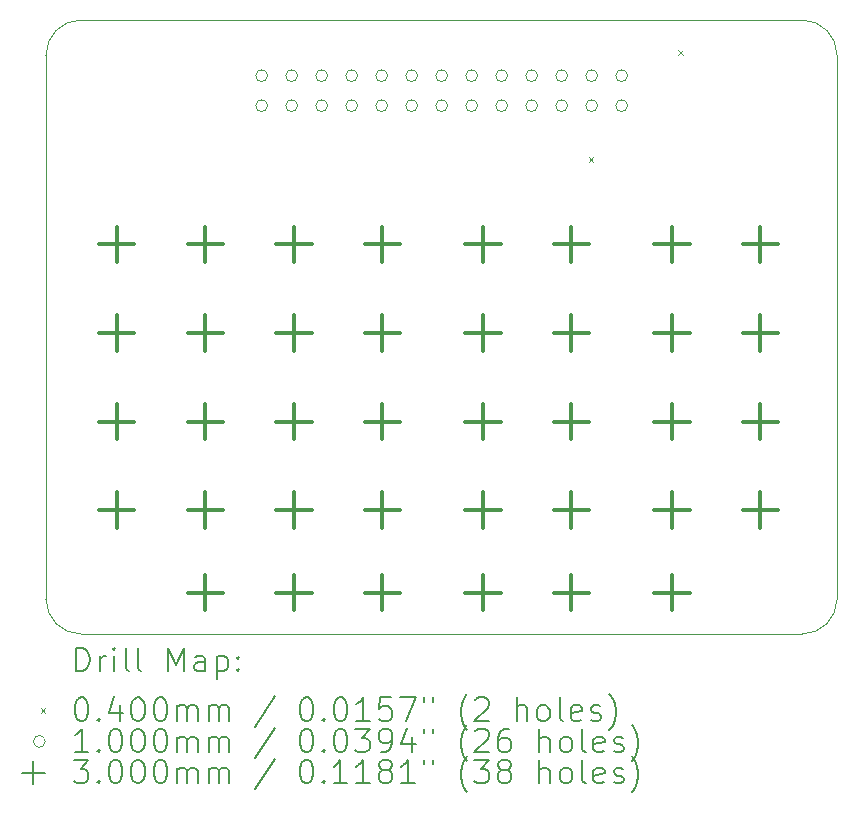
<source format=gbr>
%TF.GenerationSoftware,KiCad,Pcbnew,9.0.2*%
%TF.CreationDate,2025-06-10T18:35:05+02:00*%
%TF.ProjectId,RPI-Electronics_IO-Card.pro,5250492d-456c-4656-9374-726f6e696373,rev?*%
%TF.SameCoordinates,Original*%
%TF.FileFunction,Drillmap*%
%TF.FilePolarity,Positive*%
%FSLAX45Y45*%
G04 Gerber Fmt 4.5, Leading zero omitted, Abs format (unit mm)*
G04 Created by KiCad (PCBNEW 9.0.2) date 2025-06-10 18:35:05*
%MOMM*%
%LPD*%
G01*
G04 APERTURE LIST*
%ADD10C,0.100000*%
%ADD11C,0.200000*%
%ADD12C,0.300000*%
G04 APERTURE END LIST*
D10*
X17649000Y-10107000D02*
X17649000Y-5507000D01*
X11249000Y-5207000D02*
X17349000Y-5207000D01*
X11249000Y-10407000D02*
G75*
G02*
X10949000Y-10107000I0J300000D01*
G01*
X17649000Y-10107000D02*
G75*
G02*
X17349000Y-10407000I-300000J0D01*
G01*
X10949000Y-10107000D02*
X10949000Y-5507000D01*
X11249000Y-10407000D02*
X17349000Y-10407000D01*
X10949000Y-5507000D02*
G75*
G02*
X11249000Y-5207000I300000J0D01*
G01*
X17349000Y-5207000D02*
G75*
G02*
X17649000Y-5507000I0J-300000D01*
G01*
D11*
D10*
X15545120Y-6368100D02*
X15585120Y-6408100D01*
X15585120Y-6368100D02*
X15545120Y-6408100D01*
X16304000Y-5462000D02*
X16344000Y-5502000D01*
X16344000Y-5462000D02*
X16304000Y-5502000D01*
X12826200Y-5679440D02*
G75*
G02*
X12726200Y-5679440I-50000J0D01*
G01*
X12726200Y-5679440D02*
G75*
G02*
X12826200Y-5679440I50000J0D01*
G01*
X12826200Y-5933440D02*
G75*
G02*
X12726200Y-5933440I-50000J0D01*
G01*
X12726200Y-5933440D02*
G75*
G02*
X12826200Y-5933440I50000J0D01*
G01*
X13080200Y-5679440D02*
G75*
G02*
X12980200Y-5679440I-50000J0D01*
G01*
X12980200Y-5679440D02*
G75*
G02*
X13080200Y-5679440I50000J0D01*
G01*
X13080200Y-5933440D02*
G75*
G02*
X12980200Y-5933440I-50000J0D01*
G01*
X12980200Y-5933440D02*
G75*
G02*
X13080200Y-5933440I50000J0D01*
G01*
X13334200Y-5679440D02*
G75*
G02*
X13234200Y-5679440I-50000J0D01*
G01*
X13234200Y-5679440D02*
G75*
G02*
X13334200Y-5679440I50000J0D01*
G01*
X13334200Y-5933440D02*
G75*
G02*
X13234200Y-5933440I-50000J0D01*
G01*
X13234200Y-5933440D02*
G75*
G02*
X13334200Y-5933440I50000J0D01*
G01*
X13588200Y-5679440D02*
G75*
G02*
X13488200Y-5679440I-50000J0D01*
G01*
X13488200Y-5679440D02*
G75*
G02*
X13588200Y-5679440I50000J0D01*
G01*
X13588200Y-5933440D02*
G75*
G02*
X13488200Y-5933440I-50000J0D01*
G01*
X13488200Y-5933440D02*
G75*
G02*
X13588200Y-5933440I50000J0D01*
G01*
X13842200Y-5679440D02*
G75*
G02*
X13742200Y-5679440I-50000J0D01*
G01*
X13742200Y-5679440D02*
G75*
G02*
X13842200Y-5679440I50000J0D01*
G01*
X13842200Y-5933440D02*
G75*
G02*
X13742200Y-5933440I-50000J0D01*
G01*
X13742200Y-5933440D02*
G75*
G02*
X13842200Y-5933440I50000J0D01*
G01*
X14096200Y-5679440D02*
G75*
G02*
X13996200Y-5679440I-50000J0D01*
G01*
X13996200Y-5679440D02*
G75*
G02*
X14096200Y-5679440I50000J0D01*
G01*
X14096200Y-5933440D02*
G75*
G02*
X13996200Y-5933440I-50000J0D01*
G01*
X13996200Y-5933440D02*
G75*
G02*
X14096200Y-5933440I50000J0D01*
G01*
X14350200Y-5679440D02*
G75*
G02*
X14250200Y-5679440I-50000J0D01*
G01*
X14250200Y-5679440D02*
G75*
G02*
X14350200Y-5679440I50000J0D01*
G01*
X14350200Y-5933440D02*
G75*
G02*
X14250200Y-5933440I-50000J0D01*
G01*
X14250200Y-5933440D02*
G75*
G02*
X14350200Y-5933440I50000J0D01*
G01*
X14604200Y-5679440D02*
G75*
G02*
X14504200Y-5679440I-50000J0D01*
G01*
X14504200Y-5679440D02*
G75*
G02*
X14604200Y-5679440I50000J0D01*
G01*
X14604200Y-5933440D02*
G75*
G02*
X14504200Y-5933440I-50000J0D01*
G01*
X14504200Y-5933440D02*
G75*
G02*
X14604200Y-5933440I50000J0D01*
G01*
X14858200Y-5679440D02*
G75*
G02*
X14758200Y-5679440I-50000J0D01*
G01*
X14758200Y-5679440D02*
G75*
G02*
X14858200Y-5679440I50000J0D01*
G01*
X14858200Y-5933440D02*
G75*
G02*
X14758200Y-5933440I-50000J0D01*
G01*
X14758200Y-5933440D02*
G75*
G02*
X14858200Y-5933440I50000J0D01*
G01*
X15112200Y-5679440D02*
G75*
G02*
X15012200Y-5679440I-50000J0D01*
G01*
X15012200Y-5679440D02*
G75*
G02*
X15112200Y-5679440I50000J0D01*
G01*
X15112200Y-5933440D02*
G75*
G02*
X15012200Y-5933440I-50000J0D01*
G01*
X15012200Y-5933440D02*
G75*
G02*
X15112200Y-5933440I50000J0D01*
G01*
X15366200Y-5679440D02*
G75*
G02*
X15266200Y-5679440I-50000J0D01*
G01*
X15266200Y-5679440D02*
G75*
G02*
X15366200Y-5679440I50000J0D01*
G01*
X15366200Y-5933440D02*
G75*
G02*
X15266200Y-5933440I-50000J0D01*
G01*
X15266200Y-5933440D02*
G75*
G02*
X15366200Y-5933440I50000J0D01*
G01*
X15620200Y-5679440D02*
G75*
G02*
X15520200Y-5679440I-50000J0D01*
G01*
X15520200Y-5679440D02*
G75*
G02*
X15620200Y-5679440I50000J0D01*
G01*
X15620200Y-5933440D02*
G75*
G02*
X15520200Y-5933440I-50000J0D01*
G01*
X15520200Y-5933440D02*
G75*
G02*
X15620200Y-5933440I50000J0D01*
G01*
X15874200Y-5679440D02*
G75*
G02*
X15774200Y-5679440I-50000J0D01*
G01*
X15774200Y-5679440D02*
G75*
G02*
X15874200Y-5679440I50000J0D01*
G01*
X15874200Y-5933440D02*
G75*
G02*
X15774200Y-5933440I-50000J0D01*
G01*
X15774200Y-5933440D02*
G75*
G02*
X15874200Y-5933440I50000J0D01*
G01*
D12*
X11549000Y-6957000D02*
X11549000Y-7257000D01*
X11399000Y-7107000D02*
X11699000Y-7107000D01*
X11549000Y-7707000D02*
X11549000Y-8007000D01*
X11399000Y-7857000D02*
X11699000Y-7857000D01*
X11549000Y-8457000D02*
X11549000Y-8757000D01*
X11399000Y-8607000D02*
X11699000Y-8607000D01*
X11549000Y-9207000D02*
X11549000Y-9507000D01*
X11399000Y-9357000D02*
X11699000Y-9357000D01*
X12299000Y-6957000D02*
X12299000Y-7257000D01*
X12149000Y-7107000D02*
X12449000Y-7107000D01*
X12299000Y-7707000D02*
X12299000Y-8007000D01*
X12149000Y-7857000D02*
X12449000Y-7857000D01*
X12299000Y-8457000D02*
X12299000Y-8757000D01*
X12149000Y-8607000D02*
X12449000Y-8607000D01*
X12299000Y-9207000D02*
X12299000Y-9507000D01*
X12149000Y-9357000D02*
X12449000Y-9357000D01*
X12299000Y-9907000D02*
X12299000Y-10207000D01*
X12149000Y-10057000D02*
X12449000Y-10057000D01*
X13049000Y-6957000D02*
X13049000Y-7257000D01*
X12899000Y-7107000D02*
X13199000Y-7107000D01*
X13049000Y-7707000D02*
X13049000Y-8007000D01*
X12899000Y-7857000D02*
X13199000Y-7857000D01*
X13049000Y-8457000D02*
X13049000Y-8757000D01*
X12899000Y-8607000D02*
X13199000Y-8607000D01*
X13049000Y-9207000D02*
X13049000Y-9507000D01*
X12899000Y-9357000D02*
X13199000Y-9357000D01*
X13049000Y-9907000D02*
X13049000Y-10207000D01*
X12899000Y-10057000D02*
X13199000Y-10057000D01*
X13799000Y-6957000D02*
X13799000Y-7257000D01*
X13649000Y-7107000D02*
X13949000Y-7107000D01*
X13799000Y-7707000D02*
X13799000Y-8007000D01*
X13649000Y-7857000D02*
X13949000Y-7857000D01*
X13799000Y-8457000D02*
X13799000Y-8757000D01*
X13649000Y-8607000D02*
X13949000Y-8607000D01*
X13799000Y-9207000D02*
X13799000Y-9507000D01*
X13649000Y-9357000D02*
X13949000Y-9357000D01*
X13799000Y-9907000D02*
X13799000Y-10207000D01*
X13649000Y-10057000D02*
X13949000Y-10057000D01*
X14649000Y-6957000D02*
X14649000Y-7257000D01*
X14499000Y-7107000D02*
X14799000Y-7107000D01*
X14649000Y-7707000D02*
X14649000Y-8007000D01*
X14499000Y-7857000D02*
X14799000Y-7857000D01*
X14649000Y-8457000D02*
X14649000Y-8757000D01*
X14499000Y-8607000D02*
X14799000Y-8607000D01*
X14649000Y-9207000D02*
X14649000Y-9507000D01*
X14499000Y-9357000D02*
X14799000Y-9357000D01*
X14649000Y-9907000D02*
X14649000Y-10207000D01*
X14499000Y-10057000D02*
X14799000Y-10057000D01*
X15399000Y-6957000D02*
X15399000Y-7257000D01*
X15249000Y-7107000D02*
X15549000Y-7107000D01*
X15399000Y-7707000D02*
X15399000Y-8007000D01*
X15249000Y-7857000D02*
X15549000Y-7857000D01*
X15399000Y-8457000D02*
X15399000Y-8757000D01*
X15249000Y-8607000D02*
X15549000Y-8607000D01*
X15399000Y-9207000D02*
X15399000Y-9507000D01*
X15249000Y-9357000D02*
X15549000Y-9357000D01*
X15399000Y-9907000D02*
X15399000Y-10207000D01*
X15249000Y-10057000D02*
X15549000Y-10057000D01*
X16249000Y-6957000D02*
X16249000Y-7257000D01*
X16099000Y-7107000D02*
X16399000Y-7107000D01*
X16249000Y-7707000D02*
X16249000Y-8007000D01*
X16099000Y-7857000D02*
X16399000Y-7857000D01*
X16249000Y-8457000D02*
X16249000Y-8757000D01*
X16099000Y-8607000D02*
X16399000Y-8607000D01*
X16249000Y-9207000D02*
X16249000Y-9507000D01*
X16099000Y-9357000D02*
X16399000Y-9357000D01*
X16249000Y-9907000D02*
X16249000Y-10207000D01*
X16099000Y-10057000D02*
X16399000Y-10057000D01*
X16999000Y-6957000D02*
X16999000Y-7257000D01*
X16849000Y-7107000D02*
X17149000Y-7107000D01*
X16999000Y-7707000D02*
X16999000Y-8007000D01*
X16849000Y-7857000D02*
X17149000Y-7857000D01*
X16999000Y-8457000D02*
X16999000Y-8757000D01*
X16849000Y-8607000D02*
X17149000Y-8607000D01*
X16999000Y-9207000D02*
X16999000Y-9507000D01*
X16849000Y-9357000D02*
X17149000Y-9357000D01*
D11*
X11204777Y-10723484D02*
X11204777Y-10523484D01*
X11204777Y-10523484D02*
X11252396Y-10523484D01*
X11252396Y-10523484D02*
X11280967Y-10533008D01*
X11280967Y-10533008D02*
X11300015Y-10552055D01*
X11300015Y-10552055D02*
X11309539Y-10571103D01*
X11309539Y-10571103D02*
X11319062Y-10609198D01*
X11319062Y-10609198D02*
X11319062Y-10637770D01*
X11319062Y-10637770D02*
X11309539Y-10675865D01*
X11309539Y-10675865D02*
X11300015Y-10694912D01*
X11300015Y-10694912D02*
X11280967Y-10713960D01*
X11280967Y-10713960D02*
X11252396Y-10723484D01*
X11252396Y-10723484D02*
X11204777Y-10723484D01*
X11404777Y-10723484D02*
X11404777Y-10590150D01*
X11404777Y-10628246D02*
X11414301Y-10609198D01*
X11414301Y-10609198D02*
X11423824Y-10599674D01*
X11423824Y-10599674D02*
X11442872Y-10590150D01*
X11442872Y-10590150D02*
X11461920Y-10590150D01*
X11528586Y-10723484D02*
X11528586Y-10590150D01*
X11528586Y-10523484D02*
X11519062Y-10533008D01*
X11519062Y-10533008D02*
X11528586Y-10542531D01*
X11528586Y-10542531D02*
X11538110Y-10533008D01*
X11538110Y-10533008D02*
X11528586Y-10523484D01*
X11528586Y-10523484D02*
X11528586Y-10542531D01*
X11652396Y-10723484D02*
X11633348Y-10713960D01*
X11633348Y-10713960D02*
X11623824Y-10694912D01*
X11623824Y-10694912D02*
X11623824Y-10523484D01*
X11757158Y-10723484D02*
X11738110Y-10713960D01*
X11738110Y-10713960D02*
X11728586Y-10694912D01*
X11728586Y-10694912D02*
X11728586Y-10523484D01*
X11985729Y-10723484D02*
X11985729Y-10523484D01*
X11985729Y-10523484D02*
X12052396Y-10666341D01*
X12052396Y-10666341D02*
X12119062Y-10523484D01*
X12119062Y-10523484D02*
X12119062Y-10723484D01*
X12300015Y-10723484D02*
X12300015Y-10618722D01*
X12300015Y-10618722D02*
X12290491Y-10599674D01*
X12290491Y-10599674D02*
X12271443Y-10590150D01*
X12271443Y-10590150D02*
X12233348Y-10590150D01*
X12233348Y-10590150D02*
X12214301Y-10599674D01*
X12300015Y-10713960D02*
X12280967Y-10723484D01*
X12280967Y-10723484D02*
X12233348Y-10723484D01*
X12233348Y-10723484D02*
X12214301Y-10713960D01*
X12214301Y-10713960D02*
X12204777Y-10694912D01*
X12204777Y-10694912D02*
X12204777Y-10675865D01*
X12204777Y-10675865D02*
X12214301Y-10656817D01*
X12214301Y-10656817D02*
X12233348Y-10647293D01*
X12233348Y-10647293D02*
X12280967Y-10647293D01*
X12280967Y-10647293D02*
X12300015Y-10637770D01*
X12395253Y-10590150D02*
X12395253Y-10790150D01*
X12395253Y-10599674D02*
X12414301Y-10590150D01*
X12414301Y-10590150D02*
X12452396Y-10590150D01*
X12452396Y-10590150D02*
X12471443Y-10599674D01*
X12471443Y-10599674D02*
X12480967Y-10609198D01*
X12480967Y-10609198D02*
X12490491Y-10628246D01*
X12490491Y-10628246D02*
X12490491Y-10685389D01*
X12490491Y-10685389D02*
X12480967Y-10704436D01*
X12480967Y-10704436D02*
X12471443Y-10713960D01*
X12471443Y-10713960D02*
X12452396Y-10723484D01*
X12452396Y-10723484D02*
X12414301Y-10723484D01*
X12414301Y-10723484D02*
X12395253Y-10713960D01*
X12576205Y-10704436D02*
X12585729Y-10713960D01*
X12585729Y-10713960D02*
X12576205Y-10723484D01*
X12576205Y-10723484D02*
X12566682Y-10713960D01*
X12566682Y-10713960D02*
X12576205Y-10704436D01*
X12576205Y-10704436D02*
X12576205Y-10723484D01*
X12576205Y-10599674D02*
X12585729Y-10609198D01*
X12585729Y-10609198D02*
X12576205Y-10618722D01*
X12576205Y-10618722D02*
X12566682Y-10609198D01*
X12566682Y-10609198D02*
X12576205Y-10599674D01*
X12576205Y-10599674D02*
X12576205Y-10618722D01*
D10*
X10904000Y-11032000D02*
X10944000Y-11072000D01*
X10944000Y-11032000D02*
X10904000Y-11072000D01*
D11*
X11242872Y-10943484D02*
X11261920Y-10943484D01*
X11261920Y-10943484D02*
X11280967Y-10953008D01*
X11280967Y-10953008D02*
X11290491Y-10962531D01*
X11290491Y-10962531D02*
X11300015Y-10981579D01*
X11300015Y-10981579D02*
X11309539Y-11019674D01*
X11309539Y-11019674D02*
X11309539Y-11067293D01*
X11309539Y-11067293D02*
X11300015Y-11105389D01*
X11300015Y-11105389D02*
X11290491Y-11124436D01*
X11290491Y-11124436D02*
X11280967Y-11133960D01*
X11280967Y-11133960D02*
X11261920Y-11143484D01*
X11261920Y-11143484D02*
X11242872Y-11143484D01*
X11242872Y-11143484D02*
X11223824Y-11133960D01*
X11223824Y-11133960D02*
X11214301Y-11124436D01*
X11214301Y-11124436D02*
X11204777Y-11105389D01*
X11204777Y-11105389D02*
X11195253Y-11067293D01*
X11195253Y-11067293D02*
X11195253Y-11019674D01*
X11195253Y-11019674D02*
X11204777Y-10981579D01*
X11204777Y-10981579D02*
X11214301Y-10962531D01*
X11214301Y-10962531D02*
X11223824Y-10953008D01*
X11223824Y-10953008D02*
X11242872Y-10943484D01*
X11395253Y-11124436D02*
X11404777Y-11133960D01*
X11404777Y-11133960D02*
X11395253Y-11143484D01*
X11395253Y-11143484D02*
X11385729Y-11133960D01*
X11385729Y-11133960D02*
X11395253Y-11124436D01*
X11395253Y-11124436D02*
X11395253Y-11143484D01*
X11576205Y-11010150D02*
X11576205Y-11143484D01*
X11528586Y-10933960D02*
X11480967Y-11076817D01*
X11480967Y-11076817D02*
X11604777Y-11076817D01*
X11719062Y-10943484D02*
X11738110Y-10943484D01*
X11738110Y-10943484D02*
X11757158Y-10953008D01*
X11757158Y-10953008D02*
X11766682Y-10962531D01*
X11766682Y-10962531D02*
X11776205Y-10981579D01*
X11776205Y-10981579D02*
X11785729Y-11019674D01*
X11785729Y-11019674D02*
X11785729Y-11067293D01*
X11785729Y-11067293D02*
X11776205Y-11105389D01*
X11776205Y-11105389D02*
X11766682Y-11124436D01*
X11766682Y-11124436D02*
X11757158Y-11133960D01*
X11757158Y-11133960D02*
X11738110Y-11143484D01*
X11738110Y-11143484D02*
X11719062Y-11143484D01*
X11719062Y-11143484D02*
X11700015Y-11133960D01*
X11700015Y-11133960D02*
X11690491Y-11124436D01*
X11690491Y-11124436D02*
X11680967Y-11105389D01*
X11680967Y-11105389D02*
X11671443Y-11067293D01*
X11671443Y-11067293D02*
X11671443Y-11019674D01*
X11671443Y-11019674D02*
X11680967Y-10981579D01*
X11680967Y-10981579D02*
X11690491Y-10962531D01*
X11690491Y-10962531D02*
X11700015Y-10953008D01*
X11700015Y-10953008D02*
X11719062Y-10943484D01*
X11909539Y-10943484D02*
X11928586Y-10943484D01*
X11928586Y-10943484D02*
X11947634Y-10953008D01*
X11947634Y-10953008D02*
X11957158Y-10962531D01*
X11957158Y-10962531D02*
X11966682Y-10981579D01*
X11966682Y-10981579D02*
X11976205Y-11019674D01*
X11976205Y-11019674D02*
X11976205Y-11067293D01*
X11976205Y-11067293D02*
X11966682Y-11105389D01*
X11966682Y-11105389D02*
X11957158Y-11124436D01*
X11957158Y-11124436D02*
X11947634Y-11133960D01*
X11947634Y-11133960D02*
X11928586Y-11143484D01*
X11928586Y-11143484D02*
X11909539Y-11143484D01*
X11909539Y-11143484D02*
X11890491Y-11133960D01*
X11890491Y-11133960D02*
X11880967Y-11124436D01*
X11880967Y-11124436D02*
X11871443Y-11105389D01*
X11871443Y-11105389D02*
X11861920Y-11067293D01*
X11861920Y-11067293D02*
X11861920Y-11019674D01*
X11861920Y-11019674D02*
X11871443Y-10981579D01*
X11871443Y-10981579D02*
X11880967Y-10962531D01*
X11880967Y-10962531D02*
X11890491Y-10953008D01*
X11890491Y-10953008D02*
X11909539Y-10943484D01*
X12061920Y-11143484D02*
X12061920Y-11010150D01*
X12061920Y-11029198D02*
X12071443Y-11019674D01*
X12071443Y-11019674D02*
X12090491Y-11010150D01*
X12090491Y-11010150D02*
X12119063Y-11010150D01*
X12119063Y-11010150D02*
X12138110Y-11019674D01*
X12138110Y-11019674D02*
X12147634Y-11038722D01*
X12147634Y-11038722D02*
X12147634Y-11143484D01*
X12147634Y-11038722D02*
X12157158Y-11019674D01*
X12157158Y-11019674D02*
X12176205Y-11010150D01*
X12176205Y-11010150D02*
X12204777Y-11010150D01*
X12204777Y-11010150D02*
X12223824Y-11019674D01*
X12223824Y-11019674D02*
X12233348Y-11038722D01*
X12233348Y-11038722D02*
X12233348Y-11143484D01*
X12328586Y-11143484D02*
X12328586Y-11010150D01*
X12328586Y-11029198D02*
X12338110Y-11019674D01*
X12338110Y-11019674D02*
X12357158Y-11010150D01*
X12357158Y-11010150D02*
X12385729Y-11010150D01*
X12385729Y-11010150D02*
X12404777Y-11019674D01*
X12404777Y-11019674D02*
X12414301Y-11038722D01*
X12414301Y-11038722D02*
X12414301Y-11143484D01*
X12414301Y-11038722D02*
X12423824Y-11019674D01*
X12423824Y-11019674D02*
X12442872Y-11010150D01*
X12442872Y-11010150D02*
X12471443Y-11010150D01*
X12471443Y-11010150D02*
X12490491Y-11019674D01*
X12490491Y-11019674D02*
X12500015Y-11038722D01*
X12500015Y-11038722D02*
X12500015Y-11143484D01*
X12890491Y-10933960D02*
X12719063Y-11191103D01*
X13147634Y-10943484D02*
X13166682Y-10943484D01*
X13166682Y-10943484D02*
X13185729Y-10953008D01*
X13185729Y-10953008D02*
X13195253Y-10962531D01*
X13195253Y-10962531D02*
X13204777Y-10981579D01*
X13204777Y-10981579D02*
X13214301Y-11019674D01*
X13214301Y-11019674D02*
X13214301Y-11067293D01*
X13214301Y-11067293D02*
X13204777Y-11105389D01*
X13204777Y-11105389D02*
X13195253Y-11124436D01*
X13195253Y-11124436D02*
X13185729Y-11133960D01*
X13185729Y-11133960D02*
X13166682Y-11143484D01*
X13166682Y-11143484D02*
X13147634Y-11143484D01*
X13147634Y-11143484D02*
X13128586Y-11133960D01*
X13128586Y-11133960D02*
X13119063Y-11124436D01*
X13119063Y-11124436D02*
X13109539Y-11105389D01*
X13109539Y-11105389D02*
X13100015Y-11067293D01*
X13100015Y-11067293D02*
X13100015Y-11019674D01*
X13100015Y-11019674D02*
X13109539Y-10981579D01*
X13109539Y-10981579D02*
X13119063Y-10962531D01*
X13119063Y-10962531D02*
X13128586Y-10953008D01*
X13128586Y-10953008D02*
X13147634Y-10943484D01*
X13300015Y-11124436D02*
X13309539Y-11133960D01*
X13309539Y-11133960D02*
X13300015Y-11143484D01*
X13300015Y-11143484D02*
X13290491Y-11133960D01*
X13290491Y-11133960D02*
X13300015Y-11124436D01*
X13300015Y-11124436D02*
X13300015Y-11143484D01*
X13433348Y-10943484D02*
X13452396Y-10943484D01*
X13452396Y-10943484D02*
X13471444Y-10953008D01*
X13471444Y-10953008D02*
X13480967Y-10962531D01*
X13480967Y-10962531D02*
X13490491Y-10981579D01*
X13490491Y-10981579D02*
X13500015Y-11019674D01*
X13500015Y-11019674D02*
X13500015Y-11067293D01*
X13500015Y-11067293D02*
X13490491Y-11105389D01*
X13490491Y-11105389D02*
X13480967Y-11124436D01*
X13480967Y-11124436D02*
X13471444Y-11133960D01*
X13471444Y-11133960D02*
X13452396Y-11143484D01*
X13452396Y-11143484D02*
X13433348Y-11143484D01*
X13433348Y-11143484D02*
X13414301Y-11133960D01*
X13414301Y-11133960D02*
X13404777Y-11124436D01*
X13404777Y-11124436D02*
X13395253Y-11105389D01*
X13395253Y-11105389D02*
X13385729Y-11067293D01*
X13385729Y-11067293D02*
X13385729Y-11019674D01*
X13385729Y-11019674D02*
X13395253Y-10981579D01*
X13395253Y-10981579D02*
X13404777Y-10962531D01*
X13404777Y-10962531D02*
X13414301Y-10953008D01*
X13414301Y-10953008D02*
X13433348Y-10943484D01*
X13690491Y-11143484D02*
X13576206Y-11143484D01*
X13633348Y-11143484D02*
X13633348Y-10943484D01*
X13633348Y-10943484D02*
X13614301Y-10972055D01*
X13614301Y-10972055D02*
X13595253Y-10991103D01*
X13595253Y-10991103D02*
X13576206Y-11000627D01*
X13871444Y-10943484D02*
X13776206Y-10943484D01*
X13776206Y-10943484D02*
X13766682Y-11038722D01*
X13766682Y-11038722D02*
X13776206Y-11029198D01*
X13776206Y-11029198D02*
X13795253Y-11019674D01*
X13795253Y-11019674D02*
X13842872Y-11019674D01*
X13842872Y-11019674D02*
X13861920Y-11029198D01*
X13861920Y-11029198D02*
X13871444Y-11038722D01*
X13871444Y-11038722D02*
X13880967Y-11057770D01*
X13880967Y-11057770D02*
X13880967Y-11105389D01*
X13880967Y-11105389D02*
X13871444Y-11124436D01*
X13871444Y-11124436D02*
X13861920Y-11133960D01*
X13861920Y-11133960D02*
X13842872Y-11143484D01*
X13842872Y-11143484D02*
X13795253Y-11143484D01*
X13795253Y-11143484D02*
X13776206Y-11133960D01*
X13776206Y-11133960D02*
X13766682Y-11124436D01*
X13947634Y-10943484D02*
X14080967Y-10943484D01*
X14080967Y-10943484D02*
X13995253Y-11143484D01*
X14147634Y-10943484D02*
X14147634Y-10981579D01*
X14223825Y-10943484D02*
X14223825Y-10981579D01*
X14519063Y-11219674D02*
X14509539Y-11210150D01*
X14509539Y-11210150D02*
X14490491Y-11181579D01*
X14490491Y-11181579D02*
X14480968Y-11162531D01*
X14480968Y-11162531D02*
X14471444Y-11133960D01*
X14471444Y-11133960D02*
X14461920Y-11086341D01*
X14461920Y-11086341D02*
X14461920Y-11048246D01*
X14461920Y-11048246D02*
X14471444Y-11000627D01*
X14471444Y-11000627D02*
X14480968Y-10972055D01*
X14480968Y-10972055D02*
X14490491Y-10953008D01*
X14490491Y-10953008D02*
X14509539Y-10924436D01*
X14509539Y-10924436D02*
X14519063Y-10914912D01*
X14585729Y-10962531D02*
X14595253Y-10953008D01*
X14595253Y-10953008D02*
X14614301Y-10943484D01*
X14614301Y-10943484D02*
X14661920Y-10943484D01*
X14661920Y-10943484D02*
X14680968Y-10953008D01*
X14680968Y-10953008D02*
X14690491Y-10962531D01*
X14690491Y-10962531D02*
X14700015Y-10981579D01*
X14700015Y-10981579D02*
X14700015Y-11000627D01*
X14700015Y-11000627D02*
X14690491Y-11029198D01*
X14690491Y-11029198D02*
X14576206Y-11143484D01*
X14576206Y-11143484D02*
X14700015Y-11143484D01*
X14938110Y-11143484D02*
X14938110Y-10943484D01*
X15023825Y-11143484D02*
X15023825Y-11038722D01*
X15023825Y-11038722D02*
X15014301Y-11019674D01*
X15014301Y-11019674D02*
X14995253Y-11010150D01*
X14995253Y-11010150D02*
X14966682Y-11010150D01*
X14966682Y-11010150D02*
X14947634Y-11019674D01*
X14947634Y-11019674D02*
X14938110Y-11029198D01*
X15147634Y-11143484D02*
X15128587Y-11133960D01*
X15128587Y-11133960D02*
X15119063Y-11124436D01*
X15119063Y-11124436D02*
X15109539Y-11105389D01*
X15109539Y-11105389D02*
X15109539Y-11048246D01*
X15109539Y-11048246D02*
X15119063Y-11029198D01*
X15119063Y-11029198D02*
X15128587Y-11019674D01*
X15128587Y-11019674D02*
X15147634Y-11010150D01*
X15147634Y-11010150D02*
X15176206Y-11010150D01*
X15176206Y-11010150D02*
X15195253Y-11019674D01*
X15195253Y-11019674D02*
X15204777Y-11029198D01*
X15204777Y-11029198D02*
X15214301Y-11048246D01*
X15214301Y-11048246D02*
X15214301Y-11105389D01*
X15214301Y-11105389D02*
X15204777Y-11124436D01*
X15204777Y-11124436D02*
X15195253Y-11133960D01*
X15195253Y-11133960D02*
X15176206Y-11143484D01*
X15176206Y-11143484D02*
X15147634Y-11143484D01*
X15328587Y-11143484D02*
X15309539Y-11133960D01*
X15309539Y-11133960D02*
X15300015Y-11114912D01*
X15300015Y-11114912D02*
X15300015Y-10943484D01*
X15480968Y-11133960D02*
X15461920Y-11143484D01*
X15461920Y-11143484D02*
X15423825Y-11143484D01*
X15423825Y-11143484D02*
X15404777Y-11133960D01*
X15404777Y-11133960D02*
X15395253Y-11114912D01*
X15395253Y-11114912D02*
X15395253Y-11038722D01*
X15395253Y-11038722D02*
X15404777Y-11019674D01*
X15404777Y-11019674D02*
X15423825Y-11010150D01*
X15423825Y-11010150D02*
X15461920Y-11010150D01*
X15461920Y-11010150D02*
X15480968Y-11019674D01*
X15480968Y-11019674D02*
X15490491Y-11038722D01*
X15490491Y-11038722D02*
X15490491Y-11057770D01*
X15490491Y-11057770D02*
X15395253Y-11076817D01*
X15566682Y-11133960D02*
X15585730Y-11143484D01*
X15585730Y-11143484D02*
X15623825Y-11143484D01*
X15623825Y-11143484D02*
X15642872Y-11133960D01*
X15642872Y-11133960D02*
X15652396Y-11114912D01*
X15652396Y-11114912D02*
X15652396Y-11105389D01*
X15652396Y-11105389D02*
X15642872Y-11086341D01*
X15642872Y-11086341D02*
X15623825Y-11076817D01*
X15623825Y-11076817D02*
X15595253Y-11076817D01*
X15595253Y-11076817D02*
X15576206Y-11067293D01*
X15576206Y-11067293D02*
X15566682Y-11048246D01*
X15566682Y-11048246D02*
X15566682Y-11038722D01*
X15566682Y-11038722D02*
X15576206Y-11019674D01*
X15576206Y-11019674D02*
X15595253Y-11010150D01*
X15595253Y-11010150D02*
X15623825Y-11010150D01*
X15623825Y-11010150D02*
X15642872Y-11019674D01*
X15719063Y-11219674D02*
X15728587Y-11210150D01*
X15728587Y-11210150D02*
X15747634Y-11181579D01*
X15747634Y-11181579D02*
X15757158Y-11162531D01*
X15757158Y-11162531D02*
X15766682Y-11133960D01*
X15766682Y-11133960D02*
X15776206Y-11086341D01*
X15776206Y-11086341D02*
X15776206Y-11048246D01*
X15776206Y-11048246D02*
X15766682Y-11000627D01*
X15766682Y-11000627D02*
X15757158Y-10972055D01*
X15757158Y-10972055D02*
X15747634Y-10953008D01*
X15747634Y-10953008D02*
X15728587Y-10924436D01*
X15728587Y-10924436D02*
X15719063Y-10914912D01*
D10*
X10944000Y-11316000D02*
G75*
G02*
X10844000Y-11316000I-50000J0D01*
G01*
X10844000Y-11316000D02*
G75*
G02*
X10944000Y-11316000I50000J0D01*
G01*
D11*
X11309539Y-11407484D02*
X11195253Y-11407484D01*
X11252396Y-11407484D02*
X11252396Y-11207484D01*
X11252396Y-11207484D02*
X11233348Y-11236055D01*
X11233348Y-11236055D02*
X11214301Y-11255103D01*
X11214301Y-11255103D02*
X11195253Y-11264627D01*
X11395253Y-11388436D02*
X11404777Y-11397960D01*
X11404777Y-11397960D02*
X11395253Y-11407484D01*
X11395253Y-11407484D02*
X11385729Y-11397960D01*
X11385729Y-11397960D02*
X11395253Y-11388436D01*
X11395253Y-11388436D02*
X11395253Y-11407484D01*
X11528586Y-11207484D02*
X11547634Y-11207484D01*
X11547634Y-11207484D02*
X11566682Y-11217008D01*
X11566682Y-11217008D02*
X11576205Y-11226531D01*
X11576205Y-11226531D02*
X11585729Y-11245579D01*
X11585729Y-11245579D02*
X11595253Y-11283674D01*
X11595253Y-11283674D02*
X11595253Y-11331293D01*
X11595253Y-11331293D02*
X11585729Y-11369388D01*
X11585729Y-11369388D02*
X11576205Y-11388436D01*
X11576205Y-11388436D02*
X11566682Y-11397960D01*
X11566682Y-11397960D02*
X11547634Y-11407484D01*
X11547634Y-11407484D02*
X11528586Y-11407484D01*
X11528586Y-11407484D02*
X11509539Y-11397960D01*
X11509539Y-11397960D02*
X11500015Y-11388436D01*
X11500015Y-11388436D02*
X11490491Y-11369388D01*
X11490491Y-11369388D02*
X11480967Y-11331293D01*
X11480967Y-11331293D02*
X11480967Y-11283674D01*
X11480967Y-11283674D02*
X11490491Y-11245579D01*
X11490491Y-11245579D02*
X11500015Y-11226531D01*
X11500015Y-11226531D02*
X11509539Y-11217008D01*
X11509539Y-11217008D02*
X11528586Y-11207484D01*
X11719062Y-11207484D02*
X11738110Y-11207484D01*
X11738110Y-11207484D02*
X11757158Y-11217008D01*
X11757158Y-11217008D02*
X11766682Y-11226531D01*
X11766682Y-11226531D02*
X11776205Y-11245579D01*
X11776205Y-11245579D02*
X11785729Y-11283674D01*
X11785729Y-11283674D02*
X11785729Y-11331293D01*
X11785729Y-11331293D02*
X11776205Y-11369388D01*
X11776205Y-11369388D02*
X11766682Y-11388436D01*
X11766682Y-11388436D02*
X11757158Y-11397960D01*
X11757158Y-11397960D02*
X11738110Y-11407484D01*
X11738110Y-11407484D02*
X11719062Y-11407484D01*
X11719062Y-11407484D02*
X11700015Y-11397960D01*
X11700015Y-11397960D02*
X11690491Y-11388436D01*
X11690491Y-11388436D02*
X11680967Y-11369388D01*
X11680967Y-11369388D02*
X11671443Y-11331293D01*
X11671443Y-11331293D02*
X11671443Y-11283674D01*
X11671443Y-11283674D02*
X11680967Y-11245579D01*
X11680967Y-11245579D02*
X11690491Y-11226531D01*
X11690491Y-11226531D02*
X11700015Y-11217008D01*
X11700015Y-11217008D02*
X11719062Y-11207484D01*
X11909539Y-11207484D02*
X11928586Y-11207484D01*
X11928586Y-11207484D02*
X11947634Y-11217008D01*
X11947634Y-11217008D02*
X11957158Y-11226531D01*
X11957158Y-11226531D02*
X11966682Y-11245579D01*
X11966682Y-11245579D02*
X11976205Y-11283674D01*
X11976205Y-11283674D02*
X11976205Y-11331293D01*
X11976205Y-11331293D02*
X11966682Y-11369388D01*
X11966682Y-11369388D02*
X11957158Y-11388436D01*
X11957158Y-11388436D02*
X11947634Y-11397960D01*
X11947634Y-11397960D02*
X11928586Y-11407484D01*
X11928586Y-11407484D02*
X11909539Y-11407484D01*
X11909539Y-11407484D02*
X11890491Y-11397960D01*
X11890491Y-11397960D02*
X11880967Y-11388436D01*
X11880967Y-11388436D02*
X11871443Y-11369388D01*
X11871443Y-11369388D02*
X11861920Y-11331293D01*
X11861920Y-11331293D02*
X11861920Y-11283674D01*
X11861920Y-11283674D02*
X11871443Y-11245579D01*
X11871443Y-11245579D02*
X11880967Y-11226531D01*
X11880967Y-11226531D02*
X11890491Y-11217008D01*
X11890491Y-11217008D02*
X11909539Y-11207484D01*
X12061920Y-11407484D02*
X12061920Y-11274150D01*
X12061920Y-11293198D02*
X12071443Y-11283674D01*
X12071443Y-11283674D02*
X12090491Y-11274150D01*
X12090491Y-11274150D02*
X12119063Y-11274150D01*
X12119063Y-11274150D02*
X12138110Y-11283674D01*
X12138110Y-11283674D02*
X12147634Y-11302722D01*
X12147634Y-11302722D02*
X12147634Y-11407484D01*
X12147634Y-11302722D02*
X12157158Y-11283674D01*
X12157158Y-11283674D02*
X12176205Y-11274150D01*
X12176205Y-11274150D02*
X12204777Y-11274150D01*
X12204777Y-11274150D02*
X12223824Y-11283674D01*
X12223824Y-11283674D02*
X12233348Y-11302722D01*
X12233348Y-11302722D02*
X12233348Y-11407484D01*
X12328586Y-11407484D02*
X12328586Y-11274150D01*
X12328586Y-11293198D02*
X12338110Y-11283674D01*
X12338110Y-11283674D02*
X12357158Y-11274150D01*
X12357158Y-11274150D02*
X12385729Y-11274150D01*
X12385729Y-11274150D02*
X12404777Y-11283674D01*
X12404777Y-11283674D02*
X12414301Y-11302722D01*
X12414301Y-11302722D02*
X12414301Y-11407484D01*
X12414301Y-11302722D02*
X12423824Y-11283674D01*
X12423824Y-11283674D02*
X12442872Y-11274150D01*
X12442872Y-11274150D02*
X12471443Y-11274150D01*
X12471443Y-11274150D02*
X12490491Y-11283674D01*
X12490491Y-11283674D02*
X12500015Y-11302722D01*
X12500015Y-11302722D02*
X12500015Y-11407484D01*
X12890491Y-11197960D02*
X12719063Y-11455103D01*
X13147634Y-11207484D02*
X13166682Y-11207484D01*
X13166682Y-11207484D02*
X13185729Y-11217008D01*
X13185729Y-11217008D02*
X13195253Y-11226531D01*
X13195253Y-11226531D02*
X13204777Y-11245579D01*
X13204777Y-11245579D02*
X13214301Y-11283674D01*
X13214301Y-11283674D02*
X13214301Y-11331293D01*
X13214301Y-11331293D02*
X13204777Y-11369388D01*
X13204777Y-11369388D02*
X13195253Y-11388436D01*
X13195253Y-11388436D02*
X13185729Y-11397960D01*
X13185729Y-11397960D02*
X13166682Y-11407484D01*
X13166682Y-11407484D02*
X13147634Y-11407484D01*
X13147634Y-11407484D02*
X13128586Y-11397960D01*
X13128586Y-11397960D02*
X13119063Y-11388436D01*
X13119063Y-11388436D02*
X13109539Y-11369388D01*
X13109539Y-11369388D02*
X13100015Y-11331293D01*
X13100015Y-11331293D02*
X13100015Y-11283674D01*
X13100015Y-11283674D02*
X13109539Y-11245579D01*
X13109539Y-11245579D02*
X13119063Y-11226531D01*
X13119063Y-11226531D02*
X13128586Y-11217008D01*
X13128586Y-11217008D02*
X13147634Y-11207484D01*
X13300015Y-11388436D02*
X13309539Y-11397960D01*
X13309539Y-11397960D02*
X13300015Y-11407484D01*
X13300015Y-11407484D02*
X13290491Y-11397960D01*
X13290491Y-11397960D02*
X13300015Y-11388436D01*
X13300015Y-11388436D02*
X13300015Y-11407484D01*
X13433348Y-11207484D02*
X13452396Y-11207484D01*
X13452396Y-11207484D02*
X13471444Y-11217008D01*
X13471444Y-11217008D02*
X13480967Y-11226531D01*
X13480967Y-11226531D02*
X13490491Y-11245579D01*
X13490491Y-11245579D02*
X13500015Y-11283674D01*
X13500015Y-11283674D02*
X13500015Y-11331293D01*
X13500015Y-11331293D02*
X13490491Y-11369388D01*
X13490491Y-11369388D02*
X13480967Y-11388436D01*
X13480967Y-11388436D02*
X13471444Y-11397960D01*
X13471444Y-11397960D02*
X13452396Y-11407484D01*
X13452396Y-11407484D02*
X13433348Y-11407484D01*
X13433348Y-11407484D02*
X13414301Y-11397960D01*
X13414301Y-11397960D02*
X13404777Y-11388436D01*
X13404777Y-11388436D02*
X13395253Y-11369388D01*
X13395253Y-11369388D02*
X13385729Y-11331293D01*
X13385729Y-11331293D02*
X13385729Y-11283674D01*
X13385729Y-11283674D02*
X13395253Y-11245579D01*
X13395253Y-11245579D02*
X13404777Y-11226531D01*
X13404777Y-11226531D02*
X13414301Y-11217008D01*
X13414301Y-11217008D02*
X13433348Y-11207484D01*
X13566682Y-11207484D02*
X13690491Y-11207484D01*
X13690491Y-11207484D02*
X13623825Y-11283674D01*
X13623825Y-11283674D02*
X13652396Y-11283674D01*
X13652396Y-11283674D02*
X13671444Y-11293198D01*
X13671444Y-11293198D02*
X13680967Y-11302722D01*
X13680967Y-11302722D02*
X13690491Y-11321769D01*
X13690491Y-11321769D02*
X13690491Y-11369388D01*
X13690491Y-11369388D02*
X13680967Y-11388436D01*
X13680967Y-11388436D02*
X13671444Y-11397960D01*
X13671444Y-11397960D02*
X13652396Y-11407484D01*
X13652396Y-11407484D02*
X13595253Y-11407484D01*
X13595253Y-11407484D02*
X13576206Y-11397960D01*
X13576206Y-11397960D02*
X13566682Y-11388436D01*
X13785729Y-11407484D02*
X13823825Y-11407484D01*
X13823825Y-11407484D02*
X13842872Y-11397960D01*
X13842872Y-11397960D02*
X13852396Y-11388436D01*
X13852396Y-11388436D02*
X13871444Y-11359865D01*
X13871444Y-11359865D02*
X13880967Y-11321769D01*
X13880967Y-11321769D02*
X13880967Y-11245579D01*
X13880967Y-11245579D02*
X13871444Y-11226531D01*
X13871444Y-11226531D02*
X13861920Y-11217008D01*
X13861920Y-11217008D02*
X13842872Y-11207484D01*
X13842872Y-11207484D02*
X13804777Y-11207484D01*
X13804777Y-11207484D02*
X13785729Y-11217008D01*
X13785729Y-11217008D02*
X13776206Y-11226531D01*
X13776206Y-11226531D02*
X13766682Y-11245579D01*
X13766682Y-11245579D02*
X13766682Y-11293198D01*
X13766682Y-11293198D02*
X13776206Y-11312246D01*
X13776206Y-11312246D02*
X13785729Y-11321769D01*
X13785729Y-11321769D02*
X13804777Y-11331293D01*
X13804777Y-11331293D02*
X13842872Y-11331293D01*
X13842872Y-11331293D02*
X13861920Y-11321769D01*
X13861920Y-11321769D02*
X13871444Y-11312246D01*
X13871444Y-11312246D02*
X13880967Y-11293198D01*
X14052396Y-11274150D02*
X14052396Y-11407484D01*
X14004777Y-11197960D02*
X13957158Y-11340817D01*
X13957158Y-11340817D02*
X14080967Y-11340817D01*
X14147634Y-11207484D02*
X14147634Y-11245579D01*
X14223825Y-11207484D02*
X14223825Y-11245579D01*
X14519063Y-11483674D02*
X14509539Y-11474150D01*
X14509539Y-11474150D02*
X14490491Y-11445579D01*
X14490491Y-11445579D02*
X14480968Y-11426531D01*
X14480968Y-11426531D02*
X14471444Y-11397960D01*
X14471444Y-11397960D02*
X14461920Y-11350341D01*
X14461920Y-11350341D02*
X14461920Y-11312246D01*
X14461920Y-11312246D02*
X14471444Y-11264627D01*
X14471444Y-11264627D02*
X14480968Y-11236055D01*
X14480968Y-11236055D02*
X14490491Y-11217008D01*
X14490491Y-11217008D02*
X14509539Y-11188436D01*
X14509539Y-11188436D02*
X14519063Y-11178912D01*
X14585729Y-11226531D02*
X14595253Y-11217008D01*
X14595253Y-11217008D02*
X14614301Y-11207484D01*
X14614301Y-11207484D02*
X14661920Y-11207484D01*
X14661920Y-11207484D02*
X14680968Y-11217008D01*
X14680968Y-11217008D02*
X14690491Y-11226531D01*
X14690491Y-11226531D02*
X14700015Y-11245579D01*
X14700015Y-11245579D02*
X14700015Y-11264627D01*
X14700015Y-11264627D02*
X14690491Y-11293198D01*
X14690491Y-11293198D02*
X14576206Y-11407484D01*
X14576206Y-11407484D02*
X14700015Y-11407484D01*
X14871444Y-11207484D02*
X14833348Y-11207484D01*
X14833348Y-11207484D02*
X14814301Y-11217008D01*
X14814301Y-11217008D02*
X14804777Y-11226531D01*
X14804777Y-11226531D02*
X14785729Y-11255103D01*
X14785729Y-11255103D02*
X14776206Y-11293198D01*
X14776206Y-11293198D02*
X14776206Y-11369388D01*
X14776206Y-11369388D02*
X14785729Y-11388436D01*
X14785729Y-11388436D02*
X14795253Y-11397960D01*
X14795253Y-11397960D02*
X14814301Y-11407484D01*
X14814301Y-11407484D02*
X14852396Y-11407484D01*
X14852396Y-11407484D02*
X14871444Y-11397960D01*
X14871444Y-11397960D02*
X14880968Y-11388436D01*
X14880968Y-11388436D02*
X14890491Y-11369388D01*
X14890491Y-11369388D02*
X14890491Y-11321769D01*
X14890491Y-11321769D02*
X14880968Y-11302722D01*
X14880968Y-11302722D02*
X14871444Y-11293198D01*
X14871444Y-11293198D02*
X14852396Y-11283674D01*
X14852396Y-11283674D02*
X14814301Y-11283674D01*
X14814301Y-11283674D02*
X14795253Y-11293198D01*
X14795253Y-11293198D02*
X14785729Y-11302722D01*
X14785729Y-11302722D02*
X14776206Y-11321769D01*
X15128587Y-11407484D02*
X15128587Y-11207484D01*
X15214301Y-11407484D02*
X15214301Y-11302722D01*
X15214301Y-11302722D02*
X15204777Y-11283674D01*
X15204777Y-11283674D02*
X15185730Y-11274150D01*
X15185730Y-11274150D02*
X15157158Y-11274150D01*
X15157158Y-11274150D02*
X15138110Y-11283674D01*
X15138110Y-11283674D02*
X15128587Y-11293198D01*
X15338110Y-11407484D02*
X15319063Y-11397960D01*
X15319063Y-11397960D02*
X15309539Y-11388436D01*
X15309539Y-11388436D02*
X15300015Y-11369388D01*
X15300015Y-11369388D02*
X15300015Y-11312246D01*
X15300015Y-11312246D02*
X15309539Y-11293198D01*
X15309539Y-11293198D02*
X15319063Y-11283674D01*
X15319063Y-11283674D02*
X15338110Y-11274150D01*
X15338110Y-11274150D02*
X15366682Y-11274150D01*
X15366682Y-11274150D02*
X15385730Y-11283674D01*
X15385730Y-11283674D02*
X15395253Y-11293198D01*
X15395253Y-11293198D02*
X15404777Y-11312246D01*
X15404777Y-11312246D02*
X15404777Y-11369388D01*
X15404777Y-11369388D02*
X15395253Y-11388436D01*
X15395253Y-11388436D02*
X15385730Y-11397960D01*
X15385730Y-11397960D02*
X15366682Y-11407484D01*
X15366682Y-11407484D02*
X15338110Y-11407484D01*
X15519063Y-11407484D02*
X15500015Y-11397960D01*
X15500015Y-11397960D02*
X15490491Y-11378912D01*
X15490491Y-11378912D02*
X15490491Y-11207484D01*
X15671444Y-11397960D02*
X15652396Y-11407484D01*
X15652396Y-11407484D02*
X15614301Y-11407484D01*
X15614301Y-11407484D02*
X15595253Y-11397960D01*
X15595253Y-11397960D02*
X15585730Y-11378912D01*
X15585730Y-11378912D02*
X15585730Y-11302722D01*
X15585730Y-11302722D02*
X15595253Y-11283674D01*
X15595253Y-11283674D02*
X15614301Y-11274150D01*
X15614301Y-11274150D02*
X15652396Y-11274150D01*
X15652396Y-11274150D02*
X15671444Y-11283674D01*
X15671444Y-11283674D02*
X15680968Y-11302722D01*
X15680968Y-11302722D02*
X15680968Y-11321769D01*
X15680968Y-11321769D02*
X15585730Y-11340817D01*
X15757158Y-11397960D02*
X15776206Y-11407484D01*
X15776206Y-11407484D02*
X15814301Y-11407484D01*
X15814301Y-11407484D02*
X15833349Y-11397960D01*
X15833349Y-11397960D02*
X15842872Y-11378912D01*
X15842872Y-11378912D02*
X15842872Y-11369388D01*
X15842872Y-11369388D02*
X15833349Y-11350341D01*
X15833349Y-11350341D02*
X15814301Y-11340817D01*
X15814301Y-11340817D02*
X15785730Y-11340817D01*
X15785730Y-11340817D02*
X15766682Y-11331293D01*
X15766682Y-11331293D02*
X15757158Y-11312246D01*
X15757158Y-11312246D02*
X15757158Y-11302722D01*
X15757158Y-11302722D02*
X15766682Y-11283674D01*
X15766682Y-11283674D02*
X15785730Y-11274150D01*
X15785730Y-11274150D02*
X15814301Y-11274150D01*
X15814301Y-11274150D02*
X15833349Y-11283674D01*
X15909539Y-11483674D02*
X15919063Y-11474150D01*
X15919063Y-11474150D02*
X15938111Y-11445579D01*
X15938111Y-11445579D02*
X15947634Y-11426531D01*
X15947634Y-11426531D02*
X15957158Y-11397960D01*
X15957158Y-11397960D02*
X15966682Y-11350341D01*
X15966682Y-11350341D02*
X15966682Y-11312246D01*
X15966682Y-11312246D02*
X15957158Y-11264627D01*
X15957158Y-11264627D02*
X15947634Y-11236055D01*
X15947634Y-11236055D02*
X15938111Y-11217008D01*
X15938111Y-11217008D02*
X15919063Y-11188436D01*
X15919063Y-11188436D02*
X15909539Y-11178912D01*
X10844000Y-11480000D02*
X10844000Y-11680000D01*
X10744000Y-11580000D02*
X10944000Y-11580000D01*
X11185729Y-11471484D02*
X11309539Y-11471484D01*
X11309539Y-11471484D02*
X11242872Y-11547674D01*
X11242872Y-11547674D02*
X11271443Y-11547674D01*
X11271443Y-11547674D02*
X11290491Y-11557198D01*
X11290491Y-11557198D02*
X11300015Y-11566722D01*
X11300015Y-11566722D02*
X11309539Y-11585769D01*
X11309539Y-11585769D02*
X11309539Y-11633388D01*
X11309539Y-11633388D02*
X11300015Y-11652436D01*
X11300015Y-11652436D02*
X11290491Y-11661960D01*
X11290491Y-11661960D02*
X11271443Y-11671484D01*
X11271443Y-11671484D02*
X11214301Y-11671484D01*
X11214301Y-11671484D02*
X11195253Y-11661960D01*
X11195253Y-11661960D02*
X11185729Y-11652436D01*
X11395253Y-11652436D02*
X11404777Y-11661960D01*
X11404777Y-11661960D02*
X11395253Y-11671484D01*
X11395253Y-11671484D02*
X11385729Y-11661960D01*
X11385729Y-11661960D02*
X11395253Y-11652436D01*
X11395253Y-11652436D02*
X11395253Y-11671484D01*
X11528586Y-11471484D02*
X11547634Y-11471484D01*
X11547634Y-11471484D02*
X11566682Y-11481008D01*
X11566682Y-11481008D02*
X11576205Y-11490531D01*
X11576205Y-11490531D02*
X11585729Y-11509579D01*
X11585729Y-11509579D02*
X11595253Y-11547674D01*
X11595253Y-11547674D02*
X11595253Y-11595293D01*
X11595253Y-11595293D02*
X11585729Y-11633388D01*
X11585729Y-11633388D02*
X11576205Y-11652436D01*
X11576205Y-11652436D02*
X11566682Y-11661960D01*
X11566682Y-11661960D02*
X11547634Y-11671484D01*
X11547634Y-11671484D02*
X11528586Y-11671484D01*
X11528586Y-11671484D02*
X11509539Y-11661960D01*
X11509539Y-11661960D02*
X11500015Y-11652436D01*
X11500015Y-11652436D02*
X11490491Y-11633388D01*
X11490491Y-11633388D02*
X11480967Y-11595293D01*
X11480967Y-11595293D02*
X11480967Y-11547674D01*
X11480967Y-11547674D02*
X11490491Y-11509579D01*
X11490491Y-11509579D02*
X11500015Y-11490531D01*
X11500015Y-11490531D02*
X11509539Y-11481008D01*
X11509539Y-11481008D02*
X11528586Y-11471484D01*
X11719062Y-11471484D02*
X11738110Y-11471484D01*
X11738110Y-11471484D02*
X11757158Y-11481008D01*
X11757158Y-11481008D02*
X11766682Y-11490531D01*
X11766682Y-11490531D02*
X11776205Y-11509579D01*
X11776205Y-11509579D02*
X11785729Y-11547674D01*
X11785729Y-11547674D02*
X11785729Y-11595293D01*
X11785729Y-11595293D02*
X11776205Y-11633388D01*
X11776205Y-11633388D02*
X11766682Y-11652436D01*
X11766682Y-11652436D02*
X11757158Y-11661960D01*
X11757158Y-11661960D02*
X11738110Y-11671484D01*
X11738110Y-11671484D02*
X11719062Y-11671484D01*
X11719062Y-11671484D02*
X11700015Y-11661960D01*
X11700015Y-11661960D02*
X11690491Y-11652436D01*
X11690491Y-11652436D02*
X11680967Y-11633388D01*
X11680967Y-11633388D02*
X11671443Y-11595293D01*
X11671443Y-11595293D02*
X11671443Y-11547674D01*
X11671443Y-11547674D02*
X11680967Y-11509579D01*
X11680967Y-11509579D02*
X11690491Y-11490531D01*
X11690491Y-11490531D02*
X11700015Y-11481008D01*
X11700015Y-11481008D02*
X11719062Y-11471484D01*
X11909539Y-11471484D02*
X11928586Y-11471484D01*
X11928586Y-11471484D02*
X11947634Y-11481008D01*
X11947634Y-11481008D02*
X11957158Y-11490531D01*
X11957158Y-11490531D02*
X11966682Y-11509579D01*
X11966682Y-11509579D02*
X11976205Y-11547674D01*
X11976205Y-11547674D02*
X11976205Y-11595293D01*
X11976205Y-11595293D02*
X11966682Y-11633388D01*
X11966682Y-11633388D02*
X11957158Y-11652436D01*
X11957158Y-11652436D02*
X11947634Y-11661960D01*
X11947634Y-11661960D02*
X11928586Y-11671484D01*
X11928586Y-11671484D02*
X11909539Y-11671484D01*
X11909539Y-11671484D02*
X11890491Y-11661960D01*
X11890491Y-11661960D02*
X11880967Y-11652436D01*
X11880967Y-11652436D02*
X11871443Y-11633388D01*
X11871443Y-11633388D02*
X11861920Y-11595293D01*
X11861920Y-11595293D02*
X11861920Y-11547674D01*
X11861920Y-11547674D02*
X11871443Y-11509579D01*
X11871443Y-11509579D02*
X11880967Y-11490531D01*
X11880967Y-11490531D02*
X11890491Y-11481008D01*
X11890491Y-11481008D02*
X11909539Y-11471484D01*
X12061920Y-11671484D02*
X12061920Y-11538150D01*
X12061920Y-11557198D02*
X12071443Y-11547674D01*
X12071443Y-11547674D02*
X12090491Y-11538150D01*
X12090491Y-11538150D02*
X12119063Y-11538150D01*
X12119063Y-11538150D02*
X12138110Y-11547674D01*
X12138110Y-11547674D02*
X12147634Y-11566722D01*
X12147634Y-11566722D02*
X12147634Y-11671484D01*
X12147634Y-11566722D02*
X12157158Y-11547674D01*
X12157158Y-11547674D02*
X12176205Y-11538150D01*
X12176205Y-11538150D02*
X12204777Y-11538150D01*
X12204777Y-11538150D02*
X12223824Y-11547674D01*
X12223824Y-11547674D02*
X12233348Y-11566722D01*
X12233348Y-11566722D02*
X12233348Y-11671484D01*
X12328586Y-11671484D02*
X12328586Y-11538150D01*
X12328586Y-11557198D02*
X12338110Y-11547674D01*
X12338110Y-11547674D02*
X12357158Y-11538150D01*
X12357158Y-11538150D02*
X12385729Y-11538150D01*
X12385729Y-11538150D02*
X12404777Y-11547674D01*
X12404777Y-11547674D02*
X12414301Y-11566722D01*
X12414301Y-11566722D02*
X12414301Y-11671484D01*
X12414301Y-11566722D02*
X12423824Y-11547674D01*
X12423824Y-11547674D02*
X12442872Y-11538150D01*
X12442872Y-11538150D02*
X12471443Y-11538150D01*
X12471443Y-11538150D02*
X12490491Y-11547674D01*
X12490491Y-11547674D02*
X12500015Y-11566722D01*
X12500015Y-11566722D02*
X12500015Y-11671484D01*
X12890491Y-11461960D02*
X12719063Y-11719103D01*
X13147634Y-11471484D02*
X13166682Y-11471484D01*
X13166682Y-11471484D02*
X13185729Y-11481008D01*
X13185729Y-11481008D02*
X13195253Y-11490531D01*
X13195253Y-11490531D02*
X13204777Y-11509579D01*
X13204777Y-11509579D02*
X13214301Y-11547674D01*
X13214301Y-11547674D02*
X13214301Y-11595293D01*
X13214301Y-11595293D02*
X13204777Y-11633388D01*
X13204777Y-11633388D02*
X13195253Y-11652436D01*
X13195253Y-11652436D02*
X13185729Y-11661960D01*
X13185729Y-11661960D02*
X13166682Y-11671484D01*
X13166682Y-11671484D02*
X13147634Y-11671484D01*
X13147634Y-11671484D02*
X13128586Y-11661960D01*
X13128586Y-11661960D02*
X13119063Y-11652436D01*
X13119063Y-11652436D02*
X13109539Y-11633388D01*
X13109539Y-11633388D02*
X13100015Y-11595293D01*
X13100015Y-11595293D02*
X13100015Y-11547674D01*
X13100015Y-11547674D02*
X13109539Y-11509579D01*
X13109539Y-11509579D02*
X13119063Y-11490531D01*
X13119063Y-11490531D02*
X13128586Y-11481008D01*
X13128586Y-11481008D02*
X13147634Y-11471484D01*
X13300015Y-11652436D02*
X13309539Y-11661960D01*
X13309539Y-11661960D02*
X13300015Y-11671484D01*
X13300015Y-11671484D02*
X13290491Y-11661960D01*
X13290491Y-11661960D02*
X13300015Y-11652436D01*
X13300015Y-11652436D02*
X13300015Y-11671484D01*
X13500015Y-11671484D02*
X13385729Y-11671484D01*
X13442872Y-11671484D02*
X13442872Y-11471484D01*
X13442872Y-11471484D02*
X13423825Y-11500055D01*
X13423825Y-11500055D02*
X13404777Y-11519103D01*
X13404777Y-11519103D02*
X13385729Y-11528627D01*
X13690491Y-11671484D02*
X13576206Y-11671484D01*
X13633348Y-11671484D02*
X13633348Y-11471484D01*
X13633348Y-11471484D02*
X13614301Y-11500055D01*
X13614301Y-11500055D02*
X13595253Y-11519103D01*
X13595253Y-11519103D02*
X13576206Y-11528627D01*
X13804777Y-11557198D02*
X13785729Y-11547674D01*
X13785729Y-11547674D02*
X13776206Y-11538150D01*
X13776206Y-11538150D02*
X13766682Y-11519103D01*
X13766682Y-11519103D02*
X13766682Y-11509579D01*
X13766682Y-11509579D02*
X13776206Y-11490531D01*
X13776206Y-11490531D02*
X13785729Y-11481008D01*
X13785729Y-11481008D02*
X13804777Y-11471484D01*
X13804777Y-11471484D02*
X13842872Y-11471484D01*
X13842872Y-11471484D02*
X13861920Y-11481008D01*
X13861920Y-11481008D02*
X13871444Y-11490531D01*
X13871444Y-11490531D02*
X13880967Y-11509579D01*
X13880967Y-11509579D02*
X13880967Y-11519103D01*
X13880967Y-11519103D02*
X13871444Y-11538150D01*
X13871444Y-11538150D02*
X13861920Y-11547674D01*
X13861920Y-11547674D02*
X13842872Y-11557198D01*
X13842872Y-11557198D02*
X13804777Y-11557198D01*
X13804777Y-11557198D02*
X13785729Y-11566722D01*
X13785729Y-11566722D02*
X13776206Y-11576246D01*
X13776206Y-11576246D02*
X13766682Y-11595293D01*
X13766682Y-11595293D02*
X13766682Y-11633388D01*
X13766682Y-11633388D02*
X13776206Y-11652436D01*
X13776206Y-11652436D02*
X13785729Y-11661960D01*
X13785729Y-11661960D02*
X13804777Y-11671484D01*
X13804777Y-11671484D02*
X13842872Y-11671484D01*
X13842872Y-11671484D02*
X13861920Y-11661960D01*
X13861920Y-11661960D02*
X13871444Y-11652436D01*
X13871444Y-11652436D02*
X13880967Y-11633388D01*
X13880967Y-11633388D02*
X13880967Y-11595293D01*
X13880967Y-11595293D02*
X13871444Y-11576246D01*
X13871444Y-11576246D02*
X13861920Y-11566722D01*
X13861920Y-11566722D02*
X13842872Y-11557198D01*
X14071444Y-11671484D02*
X13957158Y-11671484D01*
X14014301Y-11671484D02*
X14014301Y-11471484D01*
X14014301Y-11471484D02*
X13995253Y-11500055D01*
X13995253Y-11500055D02*
X13976206Y-11519103D01*
X13976206Y-11519103D02*
X13957158Y-11528627D01*
X14147634Y-11471484D02*
X14147634Y-11509579D01*
X14223825Y-11471484D02*
X14223825Y-11509579D01*
X14519063Y-11747674D02*
X14509539Y-11738150D01*
X14509539Y-11738150D02*
X14490491Y-11709579D01*
X14490491Y-11709579D02*
X14480968Y-11690531D01*
X14480968Y-11690531D02*
X14471444Y-11661960D01*
X14471444Y-11661960D02*
X14461920Y-11614341D01*
X14461920Y-11614341D02*
X14461920Y-11576246D01*
X14461920Y-11576246D02*
X14471444Y-11528627D01*
X14471444Y-11528627D02*
X14480968Y-11500055D01*
X14480968Y-11500055D02*
X14490491Y-11481008D01*
X14490491Y-11481008D02*
X14509539Y-11452436D01*
X14509539Y-11452436D02*
X14519063Y-11442912D01*
X14576206Y-11471484D02*
X14700015Y-11471484D01*
X14700015Y-11471484D02*
X14633348Y-11547674D01*
X14633348Y-11547674D02*
X14661920Y-11547674D01*
X14661920Y-11547674D02*
X14680968Y-11557198D01*
X14680968Y-11557198D02*
X14690491Y-11566722D01*
X14690491Y-11566722D02*
X14700015Y-11585769D01*
X14700015Y-11585769D02*
X14700015Y-11633388D01*
X14700015Y-11633388D02*
X14690491Y-11652436D01*
X14690491Y-11652436D02*
X14680968Y-11661960D01*
X14680968Y-11661960D02*
X14661920Y-11671484D01*
X14661920Y-11671484D02*
X14604777Y-11671484D01*
X14604777Y-11671484D02*
X14585729Y-11661960D01*
X14585729Y-11661960D02*
X14576206Y-11652436D01*
X14814301Y-11557198D02*
X14795253Y-11547674D01*
X14795253Y-11547674D02*
X14785729Y-11538150D01*
X14785729Y-11538150D02*
X14776206Y-11519103D01*
X14776206Y-11519103D02*
X14776206Y-11509579D01*
X14776206Y-11509579D02*
X14785729Y-11490531D01*
X14785729Y-11490531D02*
X14795253Y-11481008D01*
X14795253Y-11481008D02*
X14814301Y-11471484D01*
X14814301Y-11471484D02*
X14852396Y-11471484D01*
X14852396Y-11471484D02*
X14871444Y-11481008D01*
X14871444Y-11481008D02*
X14880968Y-11490531D01*
X14880968Y-11490531D02*
X14890491Y-11509579D01*
X14890491Y-11509579D02*
X14890491Y-11519103D01*
X14890491Y-11519103D02*
X14880968Y-11538150D01*
X14880968Y-11538150D02*
X14871444Y-11547674D01*
X14871444Y-11547674D02*
X14852396Y-11557198D01*
X14852396Y-11557198D02*
X14814301Y-11557198D01*
X14814301Y-11557198D02*
X14795253Y-11566722D01*
X14795253Y-11566722D02*
X14785729Y-11576246D01*
X14785729Y-11576246D02*
X14776206Y-11595293D01*
X14776206Y-11595293D02*
X14776206Y-11633388D01*
X14776206Y-11633388D02*
X14785729Y-11652436D01*
X14785729Y-11652436D02*
X14795253Y-11661960D01*
X14795253Y-11661960D02*
X14814301Y-11671484D01*
X14814301Y-11671484D02*
X14852396Y-11671484D01*
X14852396Y-11671484D02*
X14871444Y-11661960D01*
X14871444Y-11661960D02*
X14880968Y-11652436D01*
X14880968Y-11652436D02*
X14890491Y-11633388D01*
X14890491Y-11633388D02*
X14890491Y-11595293D01*
X14890491Y-11595293D02*
X14880968Y-11576246D01*
X14880968Y-11576246D02*
X14871444Y-11566722D01*
X14871444Y-11566722D02*
X14852396Y-11557198D01*
X15128587Y-11671484D02*
X15128587Y-11471484D01*
X15214301Y-11671484D02*
X15214301Y-11566722D01*
X15214301Y-11566722D02*
X15204777Y-11547674D01*
X15204777Y-11547674D02*
X15185730Y-11538150D01*
X15185730Y-11538150D02*
X15157158Y-11538150D01*
X15157158Y-11538150D02*
X15138110Y-11547674D01*
X15138110Y-11547674D02*
X15128587Y-11557198D01*
X15338110Y-11671484D02*
X15319063Y-11661960D01*
X15319063Y-11661960D02*
X15309539Y-11652436D01*
X15309539Y-11652436D02*
X15300015Y-11633388D01*
X15300015Y-11633388D02*
X15300015Y-11576246D01*
X15300015Y-11576246D02*
X15309539Y-11557198D01*
X15309539Y-11557198D02*
X15319063Y-11547674D01*
X15319063Y-11547674D02*
X15338110Y-11538150D01*
X15338110Y-11538150D02*
X15366682Y-11538150D01*
X15366682Y-11538150D02*
X15385730Y-11547674D01*
X15385730Y-11547674D02*
X15395253Y-11557198D01*
X15395253Y-11557198D02*
X15404777Y-11576246D01*
X15404777Y-11576246D02*
X15404777Y-11633388D01*
X15404777Y-11633388D02*
X15395253Y-11652436D01*
X15395253Y-11652436D02*
X15385730Y-11661960D01*
X15385730Y-11661960D02*
X15366682Y-11671484D01*
X15366682Y-11671484D02*
X15338110Y-11671484D01*
X15519063Y-11671484D02*
X15500015Y-11661960D01*
X15500015Y-11661960D02*
X15490491Y-11642912D01*
X15490491Y-11642912D02*
X15490491Y-11471484D01*
X15671444Y-11661960D02*
X15652396Y-11671484D01*
X15652396Y-11671484D02*
X15614301Y-11671484D01*
X15614301Y-11671484D02*
X15595253Y-11661960D01*
X15595253Y-11661960D02*
X15585730Y-11642912D01*
X15585730Y-11642912D02*
X15585730Y-11566722D01*
X15585730Y-11566722D02*
X15595253Y-11547674D01*
X15595253Y-11547674D02*
X15614301Y-11538150D01*
X15614301Y-11538150D02*
X15652396Y-11538150D01*
X15652396Y-11538150D02*
X15671444Y-11547674D01*
X15671444Y-11547674D02*
X15680968Y-11566722D01*
X15680968Y-11566722D02*
X15680968Y-11585769D01*
X15680968Y-11585769D02*
X15585730Y-11604817D01*
X15757158Y-11661960D02*
X15776206Y-11671484D01*
X15776206Y-11671484D02*
X15814301Y-11671484D01*
X15814301Y-11671484D02*
X15833349Y-11661960D01*
X15833349Y-11661960D02*
X15842872Y-11642912D01*
X15842872Y-11642912D02*
X15842872Y-11633388D01*
X15842872Y-11633388D02*
X15833349Y-11614341D01*
X15833349Y-11614341D02*
X15814301Y-11604817D01*
X15814301Y-11604817D02*
X15785730Y-11604817D01*
X15785730Y-11604817D02*
X15766682Y-11595293D01*
X15766682Y-11595293D02*
X15757158Y-11576246D01*
X15757158Y-11576246D02*
X15757158Y-11566722D01*
X15757158Y-11566722D02*
X15766682Y-11547674D01*
X15766682Y-11547674D02*
X15785730Y-11538150D01*
X15785730Y-11538150D02*
X15814301Y-11538150D01*
X15814301Y-11538150D02*
X15833349Y-11547674D01*
X15909539Y-11747674D02*
X15919063Y-11738150D01*
X15919063Y-11738150D02*
X15938111Y-11709579D01*
X15938111Y-11709579D02*
X15947634Y-11690531D01*
X15947634Y-11690531D02*
X15957158Y-11661960D01*
X15957158Y-11661960D02*
X15966682Y-11614341D01*
X15966682Y-11614341D02*
X15966682Y-11576246D01*
X15966682Y-11576246D02*
X15957158Y-11528627D01*
X15957158Y-11528627D02*
X15947634Y-11500055D01*
X15947634Y-11500055D02*
X15938111Y-11481008D01*
X15938111Y-11481008D02*
X15919063Y-11452436D01*
X15919063Y-11452436D02*
X15909539Y-11442912D01*
M02*

</source>
